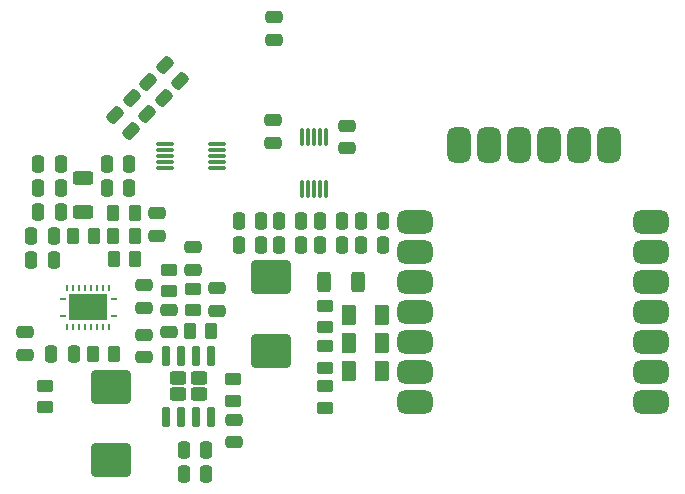
<source format=gbr>
%TF.GenerationSoftware,KiCad,Pcbnew,9.0.5*%
%TF.CreationDate,2026-01-03T13:47:43+01:00*%
%TF.ProjectId,CanSat,43616e53-6174-42e6-9b69-6361645f7063,rev?*%
%TF.SameCoordinates,Original*%
%TF.FileFunction,Paste,Bot*%
%TF.FilePolarity,Positive*%
%FSLAX46Y46*%
G04 Gerber Fmt 4.6, Leading zero omitted, Abs format (unit mm)*
G04 Created by KiCad (PCBNEW 9.0.5) date 2026-01-03 13:47:43*
%MOMM*%
%LPD*%
G01*
G04 APERTURE LIST*
G04 Aperture macros list*
%AMRoundRect*
0 Rectangle with rounded corners*
0 $1 Rounding radius*
0 $2 $3 $4 $5 $6 $7 $8 $9 X,Y pos of 4 corners*
0 Add a 4 corners polygon primitive as box body*
4,1,4,$2,$3,$4,$5,$6,$7,$8,$9,$2,$3,0*
0 Add four circle primitives for the rounded corners*
1,1,$1+$1,$2,$3*
1,1,$1+$1,$4,$5*
1,1,$1+$1,$6,$7*
1,1,$1+$1,$8,$9*
0 Add four rect primitives between the rounded corners*
20,1,$1+$1,$2,$3,$4,$5,0*
20,1,$1+$1,$4,$5,$6,$7,0*
20,1,$1+$1,$6,$7,$8,$9,0*
20,1,$1+$1,$8,$9,$2,$3,0*%
G04 Aperture macros list end*
%ADD10RoundRect,0.250000X-0.475000X0.250000X-0.475000X-0.250000X0.475000X-0.250000X0.475000X0.250000X0*%
%ADD11RoundRect,0.250000X-0.250000X-0.475000X0.250000X-0.475000X0.250000X0.475000X-0.250000X0.475000X0*%
%ADD12RoundRect,0.250000X-0.262500X-0.450000X0.262500X-0.450000X0.262500X0.450000X-0.262500X0.450000X0*%
%ADD13RoundRect,0.250000X0.460000X-0.315000X0.460000X0.315000X-0.460000X0.315000X-0.460000X-0.315000X0*%
%ADD14RoundRect,0.150000X0.150000X-0.737500X0.150000X0.737500X-0.150000X0.737500X-0.150000X-0.737500X0*%
%ADD15RoundRect,0.600000X0.900000X0.400000X-0.900000X0.400000X-0.900000X-0.400000X0.900000X-0.400000X0*%
%ADD16RoundRect,0.600000X0.400000X-0.900000X0.400000X0.900000X-0.400000X0.900000X-0.400000X-0.900000X0*%
%ADD17RoundRect,0.600000X-0.400000X0.900000X-0.400000X-0.900000X0.400000X-0.900000X0.400000X0.900000X0*%
%ADD18R,0.600000X0.240000*%
%ADD19R,0.240000X0.600000*%
%ADD20R,3.190000X2.190000*%
%ADD21RoundRect,0.075000X0.650000X0.075000X-0.650000X0.075000X-0.650000X-0.075000X0.650000X-0.075000X0*%
%ADD22RoundRect,0.250000X0.450000X-0.262500X0.450000X0.262500X-0.450000X0.262500X-0.450000X-0.262500X0*%
%ADD23RoundRect,0.304349X-1.395651X1.095651X-1.395651X-1.095651X1.395651X-1.095651X1.395651X1.095651X0*%
%ADD24RoundRect,0.250000X0.475000X-0.250000X0.475000X0.250000X-0.475000X0.250000X-0.475000X-0.250000X0*%
%ADD25RoundRect,0.250000X-0.512652X-0.159099X-0.159099X-0.512652X0.512652X0.159099X0.159099X0.512652X0*%
%ADD26RoundRect,0.250000X-0.450000X0.262500X-0.450000X-0.262500X0.450000X-0.262500X0.450000X0.262500X0*%
%ADD27RoundRect,0.250000X0.375000X0.625000X-0.375000X0.625000X-0.375000X-0.625000X0.375000X-0.625000X0*%
%ADD28RoundRect,0.250000X0.250000X0.475000X-0.250000X0.475000X-0.250000X-0.475000X0.250000X-0.475000X0*%
%ADD29RoundRect,0.250000X-0.625000X0.312500X-0.625000X-0.312500X0.625000X-0.312500X0.625000X0.312500X0*%
%ADD30RoundRect,0.250000X0.312500X0.625000X-0.312500X0.625000X-0.312500X-0.625000X0.312500X-0.625000X0*%
%ADD31RoundRect,0.250000X0.262500X0.450000X-0.262500X0.450000X-0.262500X-0.450000X0.262500X-0.450000X0*%
%ADD32RoundRect,0.304349X1.395651X-1.095651X1.395651X1.095651X-1.395651X1.095651X-1.395651X-1.095651X0*%
%ADD33RoundRect,0.075000X-0.075000X0.650000X-0.075000X-0.650000X0.075000X-0.650000X0.075000X0.650000X0*%
G04 APERTURE END LIST*
D10*
%TO.C,C6*%
X92889694Y-86964973D03*
X92889694Y-88864973D03*
%TD*%
D11*
%TO.C,C39*%
X93400000Y-97500000D03*
X95300000Y-97500000D03*
%TD*%
D12*
%TO.C,R2*%
X77636300Y-106759000D03*
X79461300Y-106759000D03*
%TD*%
D13*
%TO.C,U4*%
X84900000Y-110180000D03*
X86600000Y-110180000D03*
X84900000Y-108820000D03*
X86600000Y-108820000D03*
D14*
X87655000Y-112062500D03*
X86385000Y-112062500D03*
X85115000Y-112062500D03*
X83845000Y-112062500D03*
X83845000Y-106937500D03*
X85115000Y-106937500D03*
X86385000Y-106937500D03*
X87655000Y-106937500D03*
%TD*%
D10*
%TO.C,C37*%
X84068092Y-103036333D03*
X84068092Y-104936333D03*
%TD*%
D11*
%TO.C,C27*%
X100350000Y-97500000D03*
X102250000Y-97500000D03*
%TD*%
D15*
%TO.C,U9*%
X124942051Y-110794358D03*
X124942051Y-108254358D03*
X124942051Y-105714358D03*
X124942051Y-103174358D03*
X124942051Y-100634358D03*
X124942051Y-98094358D03*
X124942051Y-95554358D03*
D16*
X121342051Y-89054358D03*
X118802051Y-89054358D03*
X116262051Y-89054358D03*
X113722051Y-89054358D03*
X111182051Y-89054358D03*
D17*
X108642051Y-89054358D03*
D15*
X104942051Y-95554358D03*
X104942051Y-98094358D03*
X104942051Y-100634358D03*
X104942051Y-103174358D03*
X104942051Y-105714358D03*
X104942051Y-108254358D03*
X104942051Y-110794358D03*
%TD*%
D18*
%TO.C,IC1*%
X79403400Y-103572000D03*
D19*
X79003400Y-104472000D03*
X78503400Y-104472000D03*
X78003400Y-104472000D03*
X77503400Y-104472000D03*
X77003400Y-104472000D03*
X76503400Y-104472000D03*
X76003400Y-104472000D03*
X75503400Y-104472000D03*
D18*
X75103400Y-103572000D03*
X75103400Y-102072000D03*
D19*
X75503400Y-101172000D03*
X76003400Y-101172000D03*
X76503400Y-101172000D03*
X77003400Y-101172000D03*
X77503400Y-101172000D03*
X78003400Y-101172000D03*
X78503400Y-101172000D03*
X79003400Y-101172000D03*
D18*
X79403400Y-102072000D03*
D20*
X77253400Y-102822000D03*
%TD*%
D21*
%TO.C,U5*%
X88200000Y-89000000D03*
X88200000Y-89500000D03*
X88200000Y-90000000D03*
X88200000Y-90500000D03*
X88200000Y-91000000D03*
X83800000Y-91000000D03*
X83800000Y-90500000D03*
X83800000Y-90000000D03*
X83800000Y-89500000D03*
X83800000Y-89000000D03*
%TD*%
D11*
%TO.C,C11*%
X85350000Y-114900000D03*
X87250000Y-114900000D03*
%TD*%
%TO.C,C24*%
X78850000Y-90650000D03*
X80750000Y-90650000D03*
%TD*%
D22*
%TO.C,R11*%
X97300000Y-111312500D03*
X97300000Y-109487500D03*
%TD*%
D12*
%TO.C,R4*%
X79390900Y-94822000D03*
X81215900Y-94822000D03*
%TD*%
D23*
%TO.C,L2*%
X79209200Y-109551800D03*
X79209200Y-115751800D03*
%TD*%
D24*
%TO.C,C40*%
X82000000Y-107050000D03*
X82000000Y-105150000D03*
%TD*%
D25*
%TO.C,C33*%
X83728249Y-82328249D03*
X85071751Y-83671751D03*
%TD*%
D12*
%TO.C,R3*%
X75940900Y-96772000D03*
X77765900Y-96772000D03*
%TD*%
D25*
%TO.C,C26*%
X80928249Y-85128249D03*
X82271751Y-86471751D03*
%TD*%
D22*
%TO.C,R37*%
X84060000Y-101462500D03*
X84060000Y-99637500D03*
%TD*%
D26*
%TO.C,R36*%
X97300000Y-102687500D03*
X97300000Y-104512500D03*
%TD*%
D10*
%TO.C,C13*%
X82000000Y-100950000D03*
X82000000Y-102850000D03*
%TD*%
D27*
%TO.C,D6*%
X102100000Y-103500000D03*
X99300000Y-103500000D03*
%TD*%
D24*
%TO.C,C41*%
X86100000Y-99630000D03*
X86100000Y-97730000D03*
%TD*%
D28*
%TO.C,C35*%
X91900000Y-95500000D03*
X90000000Y-95500000D03*
%TD*%
D29*
%TO.C,R1*%
X76850000Y-91837500D03*
X76850000Y-94762500D03*
%TD*%
D11*
%TO.C,C38*%
X93400000Y-95500000D03*
X95300000Y-95500000D03*
%TD*%
D24*
%TO.C,C3*%
X99200000Y-89350000D03*
X99200000Y-87450000D03*
%TD*%
D28*
%TO.C,C22*%
X74932467Y-92719661D03*
X73032467Y-92719661D03*
%TD*%
D30*
%TO.C,R28*%
X100118227Y-100656774D03*
X97193227Y-100656774D03*
%TD*%
D24*
%TO.C,C9*%
X88170000Y-103100000D03*
X88170000Y-101200000D03*
%TD*%
D11*
%TO.C,C12*%
X85350000Y-116900000D03*
X87250000Y-116900000D03*
%TD*%
D25*
%TO.C,C25*%
X79528249Y-86528249D03*
X80871751Y-87871751D03*
%TD*%
%TO.C,C31*%
X82325296Y-83735671D03*
X83668798Y-85079173D03*
%TD*%
D28*
%TO.C,C29*%
X98750000Y-95500000D03*
X96850000Y-95500000D03*
%TD*%
D11*
%TO.C,C17*%
X78850000Y-92700000D03*
X80750000Y-92700000D03*
%TD*%
D28*
%TO.C,C10*%
X76036344Y-106759361D03*
X74136344Y-106759361D03*
%TD*%
D31*
%TO.C,R6*%
X81228400Y-98722000D03*
X79403400Y-98722000D03*
%TD*%
D28*
%TO.C,C36*%
X91900000Y-97500000D03*
X90000000Y-97500000D03*
%TD*%
D26*
%TO.C,R7*%
X73600000Y-109437500D03*
X73600000Y-111262500D03*
%TD*%
D32*
%TO.C,L1*%
X92700000Y-106480000D03*
X92700000Y-100280000D03*
%TD*%
D10*
%TO.C,C15*%
X71900000Y-104925000D03*
X71900000Y-106825000D03*
%TD*%
D28*
%TO.C,C23*%
X74350000Y-98800000D03*
X72450000Y-98800000D03*
%TD*%
D26*
%TO.C,R35*%
X89550000Y-108915000D03*
X89550000Y-110740000D03*
%TD*%
D24*
%TO.C,C14*%
X83060000Y-96740000D03*
X83060000Y-94840000D03*
%TD*%
D26*
%TO.C,R12*%
X97300000Y-106087500D03*
X97300000Y-107912500D03*
%TD*%
D11*
%TO.C,C28*%
X100350000Y-95500000D03*
X102250000Y-95500000D03*
%TD*%
D27*
%TO.C,D2*%
X102100000Y-108200000D03*
X99300000Y-108200000D03*
%TD*%
D28*
%TO.C,C21*%
X74950000Y-90650000D03*
X73050000Y-90650000D03*
%TD*%
%TO.C,C18*%
X74350000Y-96800000D03*
X72450000Y-96800000D03*
%TD*%
D27*
%TO.C,D3*%
X102100000Y-105800000D03*
X99300000Y-105800000D03*
%TD*%
D28*
%TO.C,C30*%
X98750000Y-97500000D03*
X96850000Y-97500000D03*
%TD*%
D22*
%TO.C,R39*%
X86130000Y-103052500D03*
X86130000Y-101227500D03*
%TD*%
D33*
%TO.C,U14*%
X95400000Y-88400000D03*
X95900000Y-88400000D03*
X96400000Y-88400000D03*
X96900000Y-88400000D03*
X97400000Y-88400000D03*
X97400000Y-92800000D03*
X96900000Y-92800000D03*
X96400000Y-92800000D03*
X95900000Y-92800000D03*
X95400000Y-92800000D03*
%TD*%
D10*
%TO.C,C32*%
X89570000Y-112315000D03*
X89570000Y-114215000D03*
%TD*%
%TO.C,C2*%
X93000000Y-78250000D03*
X93000000Y-80150000D03*
%TD*%
D12*
%TO.C,R5*%
X79390900Y-96772000D03*
X81215900Y-96772000D03*
%TD*%
%TO.C,R38*%
X85867500Y-104800000D03*
X87692500Y-104800000D03*
%TD*%
D28*
%TO.C,C20*%
X74929404Y-94712297D03*
X73029404Y-94712297D03*
%TD*%
M02*

</source>
